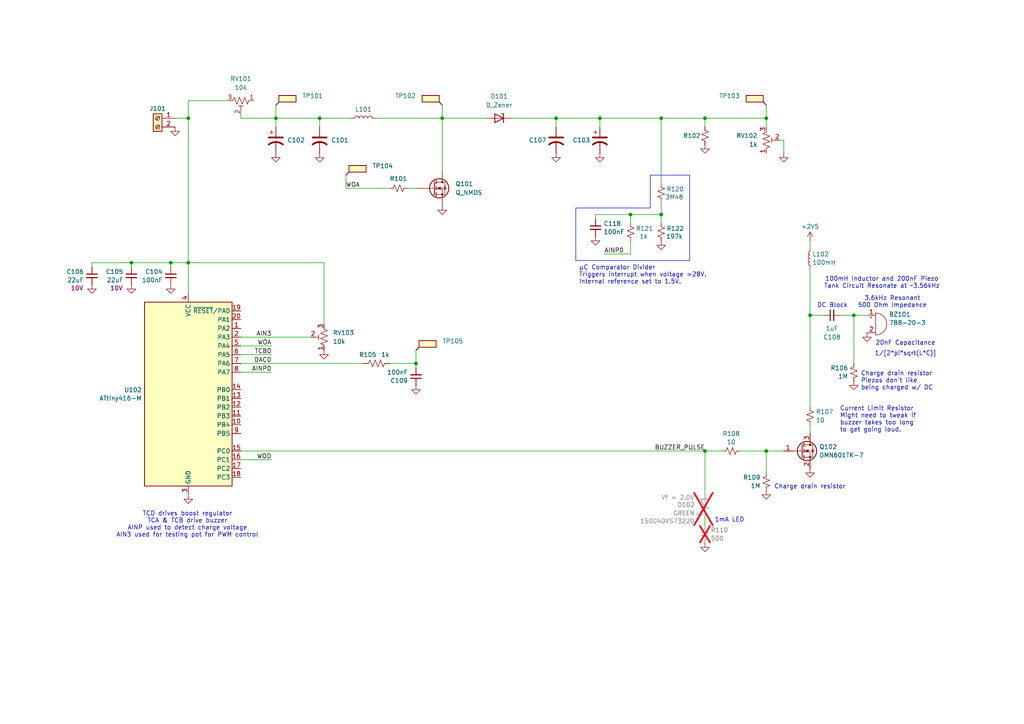
<source format=kicad_sch>
(kicad_sch (version 20250114) (generator "eeschema") (generator_version "9.0")
  (paper "A4")
  (lib_symbols
    (symbol "Connector:Screw_Terminal_01x02" (pin_names (offset 1.016) (hide yes))
      (property "Reference" "J" (at 0 2.54 0))
      (property "Value" "Screw_Terminal_01x02" (at 0 -5.08 0))
      (symbol "Screw_Terminal_01x02_1_1"
        (rectangle (start -1.27 1.27) (end 1.27 -3.81) (stroke (width 0.254)) (fill (type background)))
        (polyline (pts (xy -0.5334 0.3302) (xy 0.3302 -0.508)) (stroke (width 0.1524)))
        (polyline (pts (xy -0.5334 -2.2098) (xy 0.3302 -3.048)) (stroke (width 0.1524)))
        (polyline (pts (xy -0.3556 0.508) (xy 0.508 -0.3302)) (stroke (width 0.1524)))
        (polyline (pts (xy -0.3556 -2.032) (xy 0.508 -2.8702)) (stroke (width 0.1524)))
        (circle (center 0 0) (radius 0.635) (stroke (width 0.1524)))
        (circle (center 0 -2.54) (radius 0.635) (stroke (width 0.1524)))
        (pin passive line (at -5.08 0 0) (length 3.81) (name "Pin_1") (number "1"))
        (pin passive line (at -5.08 -2.54 0) (length 3.81) (name "Pin_2") (number "2"))
      )
    )
    (symbol "Connector:TestPoint_Flag" (pin_numbers (hide yes)) (pin_names (offset 0.762) (hide yes))
      (property "Reference" "TP" (at 3.429 1.778 0))
      (property "Value" "TestPoint_Flag" (at 3.302 4.191 0))
      (symbol "TestPoint_Flag_0_1"
        (polyline (pts (xy 0 0) (xy 0.889 0.889)) (stroke (width 0.254)))
        (rectangle (start 0.889 2.794) (end 5.842 0.889) (stroke (width 0.254)) (fill (type background)))
      )
      (symbol "TestPoint_Flag_1_1"
        (pin passive line (at 0 0 90) (length 0) (name "1") (number "1"))
      )
    )
    (symbol "Device:C_Polarized_US" (pin_numbers (hide yes)) (pin_names (offset 0.254) (hide yes))
      (property "Reference" "C" (at 0.635 2.54 0))
      (property "Value" "C_Polarized_US" (at 0.635 -2.54 0))
      (symbol "C_Polarized_US_0_1"
        (polyline (pts (xy -2.032 0.762) (xy 2.032 0.762)) (stroke (width 0.508)))
        (polyline (pts (xy -1.778 2.286) (xy -0.762 2.286)))
        (polyline (pts (xy -1.27 1.778) (xy -1.27 2.794)))
        (arc (start -2.032 -1.27) (mid 0 -0.5572) (end 2.032 -1.27) (stroke (width 0.508)))
      )
      (symbol "C_Polarized_US_1_1"
        (pin passive line (at 0 3.81 270) (length 2.794) (name "~") (number "1"))
        (pin passive line (at 0 -3.81 90) (length 3.302) (name "~") (number "2"))
      )
    )
    (symbol "Device:C_Small" (pin_numbers (hide yes)) (pin_names (offset 0.254) (hide yes))
      (property "Reference" "C" (at 0.254 1.778 0))
      (property "Value" "C_Small" (at 0.254 -2.032 0))
      (symbol "C_Small_0_1"
        (polyline (pts (xy -1.524 0.508) (xy 1.524 0.508)) (stroke (width 0.3048)))
        (polyline (pts (xy -1.524 -0.508) (xy 1.524 -0.508)) (stroke (width 0.3302)))
      )
      (symbol "C_Small_1_1"
        (pin passive line (at 0 2.54 270) (length 2.032) (name "~") (number "1"))
        (pin passive line (at 0 -2.54 90) (length 2.032) (name "~") (number "2"))
      )
    )
    (symbol "Device:C_US" (pin_numbers (hide yes)) (pin_names (offset 0.254) (hide yes))
      (property "Reference" "C" (at 0.635 2.54 0))
      (property "Value" "C_US" (at 0.635 -2.54 0))
      (symbol "C_US_0_1"
        (polyline (pts (xy -2.032 0.762) (xy 2.032 0.762)) (stroke (width 0.508)))
        (arc (start -2.032 -1.27) (mid 0 -0.5572) (end 2.032 -1.27) (stroke (width 0.508)))
      )
      (symbol "C_US_1_1"
        (pin passive line (at 0 3.81 270) (length 2.794) (name "~") (number "1"))
        (pin passive line (at 0 -3.81 90) (length 3.302) (name "~") (number "2"))
      )
    )
    (symbol "Device:D_Zener" (pin_numbers (hide yes)) (pin_names (offset 1.016) (hide yes))
      (property "Reference" "D" (at 0 2.54 0))
      (property "Value" "D_Zener" (at 0 -2.54 0))
      (symbol "D_Zener_0_1"
        (polyline (pts (xy -1.27 -1.27) (xy -1.27 1.27) (xy -0.762 1.27)) (stroke (width 0.254)))
        (polyline (pts (xy 1.27 0) (xy -1.27 0)))
        (polyline (pts (xy 1.27 -1.27) (xy 1.27 1.27) (xy -1.27 0) (xy 1.27 -1.27)) (stroke (width 0.254)))
      )
      (symbol "D_Zener_1_1"
        (pin passive line (at -3.81 0 0) (length 2.54) (name "K") (number "1"))
        (pin passive line (at 3.81 0 180) (length 2.54) (name "A") (number "2"))
      )
    )
    (symbol "Device:L" (pin_numbers (hide yes)) (pin_names (offset 1.016) (hide yes))
      (property "Reference" "L" (at -1.27 0 90))
      (property "Value" "L" (at 1.905 0 90))
      (symbol "L_0_1"
        (arc (start 0 2.54) (mid 0.6323 1.905) (end 0 1.27))
        (arc (start 0 1.27) (mid 0.6323 0.635) (end 0 0))
        (arc (start 0 0) (mid 0.6323 -0.635) (end 0 -1.27))
        (arc (start 0 -1.27) (mid 0.6323 -1.905) (end 0 -2.54))
      )
      (symbol "L_1_1"
        (pin passive line (at 0 3.81 270) (length 1.27) (name "1") (number "1"))
        (pin passive line (at 0 -3.81 90) (length 1.27) (name "2") (number "2"))
      )
    )
    (symbol "Device:LED" (pin_numbers (hide yes)) (pin_names (offset 1.016) (hide yes))
      (property "Reference" "D" (at 0 2.54 0))
      (property "Value" "LED" (at 0 -2.54 0))
      (symbol "LED_0_1"
        (polyline (pts (xy -3.048 -0.762) (xy -4.572 -2.286) (xy -3.81 -2.286) (xy -4.572 -2.286) (xy -4.572 -1.524)))
        (polyline (pts (xy -1.778 -0.762) (xy -3.302 -2.286) (xy -2.54 -2.286) (xy -3.302 -2.286) (xy -3.302 -1.524)))
        (polyline (pts (xy -1.27 0) (xy 1.27 0)))
        (polyline (pts (xy -1.27 -1.27) (xy -1.27 1.27)) (stroke (width 0.254)))
        (polyline (pts (xy 1.27 -1.27) (xy 1.27 1.27) (xy -1.27 0) (xy 1.27 -1.27)) (stroke (width 0.254)))
      )
      (symbol "LED_1_1"
        (pin passive line (at -3.81 0 0) (length 2.54) (name "K") (number "1"))
        (pin passive line (at 3.81 0 180) (length 2.54) (name "A") (number "2"))
      )
    )
    (symbol "Device:L_Small" (pin_numbers (hide yes)) (pin_names (offset 0.254) (hide yes))
      (property "Reference" "L" (at 0.762 1.016 0))
      (property "Value" "L_Small" (at 0.762 -1.016 0))
      (symbol "L_Small_0_1"
        (arc (start 0 2.032) (mid 0.5058 1.524) (end 0 1.016))
        (arc (start 0 1.016) (mid 0.5058 0.508) (end 0 0))
        (arc (start 0 0) (mid 0.5058 -0.508) (end 0 -1.016))
        (arc (start 0 -1.016) (mid 0.5058 -1.524) (end 0 -2.032))
      )
      (symbol "L_Small_1_1"
        (pin passive line (at 0 2.54 270) (length 0.508) (name "~") (number "1"))
        (pin passive line (at 0 -2.54 90) (length 0.508) (name "~") (number "2"))
      )
    )
    (symbol "Device:Q_NMOS" (pin_numbers (hide yes)) (pin_names (offset 0) (hide yes))
      (property "Reference" "Q" (at 5.08 1.27 0))
      (property "Value" "Q_NMOS" (at 5.08 -1.27 0))
      (symbol "Q_NMOS_0_1"
        (polyline (pts (xy 0.254 1.905) (xy 0.254 -1.905)) (stroke (width 0.254)))
        (polyline (pts (xy 0.254 0) (xy -2.54 0)))
        (polyline (pts (xy 0.762 2.286) (xy 0.762 1.27)) (stroke (width 0.254)))
        (polyline (pts (xy 0.762 0.508) (xy 0.762 -0.508)) (stroke (width 0.254)))
        (polyline (pts (xy 0.762 -1.27) (xy 0.762 -2.286)) (stroke (width 0.254)))
        (polyline (pts (xy 0.762 -1.778) (xy 3.302 -1.778) (xy 3.302 1.778) (xy 0.762 1.778)))
        (polyline (pts (xy 1.016 0) (xy 2.032 0.381) (xy 2.032 -0.381) (xy 1.016 0)) (fill (type outline)))
        (circle (center 1.651 0) (radius 2.794) (stroke (width 0.254)))
        (polyline (pts (xy 2.54 2.54) (xy 2.54 1.778)))
        (circle (center 2.54 1.778) (radius 0.254) (fill (type outline)))
        (circle (center 2.54 -1.778) (radius 0.254) (fill (type outline)))
        (polyline (pts (xy 2.54 -2.54) (xy 2.54 0) (xy 0.762 0)))
        (polyline (pts (xy 2.921 0.381) (xy 3.683 0.381)))
        (polyline (pts (xy 3.302 0.381) (xy 2.921 -0.254) (xy 3.683 -0.254) (xy 3.302 0.381)))
      )
      (symbol "Q_NMOS_1_1"
        (pin input line (at -5.08 0 0) (length 2.54) (name "G") (number "G"))
        (pin passive line (at 2.54 5.08 270) (length 2.54) (name "D") (number "D"))
        (pin passive line (at 2.54 -5.08 90) (length 2.54) (name "S") (number "S"))
      )
    )
    (symbol "Device:R_Potentiometer_Trim_US" (pin_names (offset 1.016) (hide yes))
      (property "Reference" "RV" (at -4.445 0 90))
      (property "Value" "R_Potentiometer_Trim_US" (at -2.54 0 90))
      (symbol "R_Potentiometer_Trim_US_0_1"
        (polyline (pts (xy 0 2.286) (xy 0 2.54)))
        (polyline (pts (xy 0 2.286) (xy 1.016 1.905) (xy 0 1.524) (xy -1.016 1.143) (xy 0 0.762)))
        (polyline (pts (xy 0 0.762) (xy 1.016 0.381) (xy 0 0) (xy -1.016 -0.381) (xy 0 -0.762)))
        (polyline (pts (xy 0 -0.762) (xy 1.016 -1.143) (xy 0 -1.524) (xy -1.016 -1.905) (xy 0 -2.286)))
        (polyline (pts (xy 0 -2.286) (xy 0 -2.54)))
        (polyline (pts (xy 1.524 0.762) (xy 1.524 -0.762)))
        (polyline (pts (xy 2.54 0) (xy 1.524 0)))
      )
      (symbol "R_Potentiometer_Trim_US_1_1"
        (pin passive line (at 0 3.81 270) (length 1.27) (name "1") (number "1"))
        (pin passive line (at 0 -3.81 90) (length 1.27) (name "3") (number "3"))
        (pin passive line (at 3.81 0 180) (length 1.27) (name "2") (number "2"))
      )
    )
    (symbol "Device:R_Small_US" (pin_numbers (hide yes)) (pin_names (offset 0.254) (hide yes))
      (property "Reference" "R" (at 0.762 0.508 0))
      (property "Value" "R_Small_US" (at 0.762 -1.016 0))
      (symbol "R_Small_US_1_1"
        (polyline (pts (xy 0 1.524) (xy 1.016 1.143) (xy 0 0.762) (xy -1.016 0.381) (xy 0 0)))
        (polyline (pts (xy 0 0) (xy 1.016 -0.381) (xy 0 -0.762) (xy -1.016 -1.143) (xy 0 -1.524)))
        (pin passive line (at 0 2.54 270) (length 1.016) (name "~") (number "1"))
        (pin passive line (at 0 -2.54 90) (length 1.016) (name "~") (number "2"))
      )
    )
    (symbol "Device:R_US" (pin_numbers (hide yes)) (pin_names (offset 0))
      (property "Reference" "R" (at 2.54 0 90))
      (property "Value" "R_US" (at -2.54 0 90))
      (symbol "R_US_0_1"
        (polyline (pts (xy 0 2.286) (xy 0 2.54)))
        (polyline (pts (xy 0 2.286) (xy 1.016 1.905) (xy 0 1.524) (xy -1.016 1.143) (xy 0 0.762)))
        (polyline (pts (xy 0 0.762) (xy 1.016 0.381) (xy 0 0) (xy -1.016 -0.381) (xy 0 -0.762)))
        (polyline (pts (xy 0 -0.762) (xy 1.016 -1.143) (xy 0 -1.524) (xy -1.016 -1.905) (xy 0 -2.286)))
        (polyline (pts (xy 0 -2.286) (xy 0 -2.54)))
      )
      (symbol "R_US_1_1"
        (pin passive line (at 0 3.81 270) (length 1.27) (name "~") (number "1"))
        (pin passive line (at 0 -3.81 90) (length 1.27) (name "~") (number "2"))
      )
    )
    (symbol "MCU_Microchip_ATtiny:ATtiny416-M"
      (property "Reference" "U6" (at 2.1941 24.4645 0))
      (property "Value" "ATtiny416-M" (at 2.1941 22.0402 0))
      (symbol "ATtiny416-M_0_1"
        (rectangle (start -12.7 20.32) (end 12.7 -33.02) (stroke (width 0.254)) (fill (type background)))
      )
      (symbol "ATtiny416-M_1_1"
        (pin power_in line (at 0 22.86 270) (length 2.54) (name "VCC") (number "4"))
        (pin passive line (at 0 -35.56 90) (length 2.54) (hide yes) (name "GND") (number "21"))
        (pin power_in line (at 0 -35.56 90) (length 2.54) (name "GND") (number "3"))
        (pin bidirectional line (at 15.24 17.78 180) (length 2.54) (name "~{RESET}/PA0") (number "19"))
        (pin bidirectional line (at 15.24 15.24 180) (length 2.54) (name "PA1") (number "20"))
        (pin bidirectional line (at 15.24 12.7 180) (length 2.54) (name "PA2") (number "1"))
        (pin bidirectional line (at 15.24 10.16 180) (length 2.54) (name "PA3") (number "2"))
        (pin bidirectional line (at 15.24 7.62 180) (length 2.54) (name "PA4") (number "5"))
        (pin bidirectional line (at 15.24 5.08 180) (length 2.54) (name "PA5") (number "6"))
        (pin bidirectional line (at 15.24 2.54 180) (length 2.54) (name "PA6") (number "7"))
        (pin bidirectional line (at 15.24 0 180) (length 2.54) (name "PA7") (number "8"))
        (pin bidirectional line (at 15.24 -5.08 180) (length 2.54) (name "PB0") (number "14"))
        (pin bidirectional line (at 15.24 -7.62 180) (length 2.54) (name "PB1") (number "13"))
        (pin bidirectional line (at 15.24 -10.16 180) (length 2.54) (name "PB2") (number "12"))
        (pin bidirectional line (at 15.24 -12.7 180) (length 2.54) (name "PB3") (number "11"))
        (pin bidirectional line (at 15.24 -15.24 180) (length 2.54) (name "PB4") (number "10"))
        (pin bidirectional line (at 15.24 -17.78 180) (length 2.54) (name "PB5") (number "9"))
        (pin bidirectional line (at 15.24 -22.86 180) (length 2.54) (name "PC0") (number "15"))
        (pin bidirectional line (at 15.24 -25.4 180) (length 2.54) (name "PC1") (number "16"))
        (pin bidirectional line (at 15.24 -27.94 180) (length 2.54) (name "PC2") (number "17"))
        (pin bidirectional line (at 15.24 -30.48 180) (length 2.54) (name "PC3") (number "18"))
      )
    )
    (symbol "Transistor_FET:Q_NMOS_GSD" (pin_names (offset 0) (hide yes))
      (property "Reference" "Q" (at 5.08 1.905 0))
      (property "Value" "Q_NMOS_GSD" (at 5.08 0 0))
      (symbol "Q_NMOS_GSD_0_1"
        (polyline (pts (xy 0.254 1.905) (xy 0.254 -1.905)) (stroke (width 0.254)))
        (polyline (pts (xy 0.254 0) (xy -2.54 0)))
        (polyline (pts (xy 0.762 2.286) (xy 0.762 1.27)) (stroke (width 0.254)))
        (polyline (pts (xy 0.762 0.508) (xy 0.762 -0.508)) (stroke (width 0.254)))
        (polyline (pts (xy 0.762 -1.27) (xy 0.762 -2.286)) (stroke (width 0.254)))
        (polyline (pts (xy 0.762 -1.778) (xy 3.302 -1.778) (xy 3.302 1.778) (xy 0.762 1.778)))
        (polyline (pts (xy 1.016 0) (xy 2.032 0.381) (xy 2.032 -0.381) (xy 1.016 0)) (fill (type outline)))
        (circle (center 1.651 0) (radius 2.794) (stroke (width 0.254)))
        (polyline (pts (xy 2.54 2.54) (xy 2.54 1.778)))
        (circle (center 2.54 1.778) (radius 0.254) (fill (type outline)))
        (circle (center 2.54 -1.778) (radius 0.254) (fill (type outline)))
        (polyline (pts (xy 2.54 -2.54) (xy 2.54 0) (xy 0.762 0)))
        (polyline (pts (xy 2.921 0.381) (xy 3.683 0.381)))
        (polyline (pts (xy 3.302 0.381) (xy 2.921 -0.254) (xy 3.683 -0.254) (xy 3.302 0.381)))
      )
      (symbol "Q_NMOS_GSD_1_1"
        (pin input line (at -5.08 0 0) (length 2.54) (name "G") (number "1"))
        (pin passive line (at 2.54 5.08 270) (length 2.54) (name "D") (number "3"))
        (pin passive line (at 2.54 -5.08 90) (length 2.54) (name "S") (number "2"))
      )
    )
    (symbol "library:Buzzer_Pad_NEG" (pin_names (offset 0.0254) (hide yes))
      (property "Reference" "BZ1" (at 3.7962 1.2122 0))
      (property "Value" "7BB-20-3" (at 3.7962 -1.2121 0))
      (symbol "Buzzer_Pad_NEG_0_1"
        (polyline (pts (xy 0 0) (xy 0 -3.175)))
        (arc (start 3.175 0) (mid 2.2451 -2.2451) (end 0 -3.175))
      )
      (symbol "Buzzer_Pad_NEG_1_1"
        (pin passive line (at -2.54 -2.54 0) (length 2.54) (name "-") (number "2"))
      )
    )
    (symbol "library:Buzzer_Pad_POS" (pin_names (offset 0.0254) (hide yes))
      (property "Reference" "BZ1" (at 3.7962 1.2122 0))
      (property "Value" "7BB-20-3" (at 3.7962 -1.2121 0))
      (symbol "Buzzer_Pad_POS_0_1"
        (polyline (pts (xy -1.651 1.905) (xy -1.143 1.905)))
        (polyline (pts (xy -1.397 2.159) (xy -1.397 1.651)))
        (polyline (pts (xy 0 3.175) (xy 0 0)))
        (arc (start 0 3.175) (mid 2.2451 2.2451) (end 3.175 0))
      )
      (symbol "Buzzer_Pad_POS_1_1"
        (pin passive line (at -2.54 2.54 0) (length 2.54) (name "+") (number "1"))
      )
    )
    (symbol "power:+2V5" (power) (pin_numbers (hide yes)) (pin_names (offset 0) (hide yes))
      (property "Value" "+2V5" (at 0 3.556 0))
      (symbol "+2V5_0_1"
        (polyline (pts (xy -0.762 1.27) (xy 0 2.54)))
        (polyline (pts (xy 0 2.54) (xy 0.762 1.27)))
        (polyline (pts (xy 0 0) (xy 0 2.54)))
      )
      (symbol "+2V5_1_1"
        (pin power_in line (at 0 0 90) (length 0) (name "~") (number "1"))
      )
    )
    (symbol "power:GND" (power) (pin_numbers (hide yes)) (pin_names (offset 0) (hide yes))
      (property "Value" "GND" (at 0 -3.81 0))
      (symbol "GND_0_1"
        (polyline (pts (xy 0 0) (xy 0 -1.27) (xy 1.27 -1.27) (xy 0 -2.54) (xy -1.27 -1.27) (xy 0 -1.27)))
      )
      (symbol "GND_1_1"
        (pin power_in line (at 0 0 270) (length 0) (name "~") (number "1"))
      )
    )
  )
  (text "1/[2*pi*sqrt(L*C)]" (at 262.636 102.616 0) (effects (font (size 1.27 1.27))))
  (text "Charge drain resistor\nPiezos don't like\nbeing charged w/ DC" (at 249.682 110.49 0) (effects (font (size 1.27 1.27)) (justify left)))
  (text "1mA LED" (at 211.582 150.876 0) (effects (font (size 1.27 1.27))))
  (text "TCD drives boost regulator\nTCA & TCB drive buzzer\nAINP used to detect charge voltage\nAIN3 used for testing pot for PWM control" (at 54.356 152.146 0) (effects (font (size 1.27 1.27))))
  (text "Current Limit Resistor\nMight need to tweak if\nbuzzer takes too long\nto get going loud." (at 243.586 121.666 0) (effects (font (size 1.27 1.27)) (justify left)))
  (text "DC Block" (at 236.982 88.646 0) (effects (font (size 1.27 1.27)) (justify left)))
  (text "μC Comparator Divider\nTriggers interrupt when voltage >28V.\nInternal reference set to 1.5V." (at 167.894 79.756 0) (effects (font (size 1.27 1.27)) (justify left)))
  (text "100mH Inductor and 200nF Piezo\nTank Circuit Resonate at ~3.56kHz" (at 255.778 82.042 0) (effects (font (size 1.27 1.27))))
  (text "20nF Capacitance" (at 262.636 99.568 0) (effects (font (size 1.27 1.27))))
  (text "3.6kHz Resonant\n500 Ohm Impedance" (at 258.826 87.63 0) (effects (font (size 1.27 1.27))))
  (text "Charge drain resistor" (at 224.536 141.224 0) (effects (font (size 1.27 1.27)) (justify left)))
  (junction (at 54.61 76.2))
  (junction (at 247.65 91.44))
  (junction (at 161.29 34.29))
  (junction (at 120.65 105.41))
  (junction (at 234.95 91.44))
  (junction (at 128.27 34.29))
  (junction (at 204.47 34.29))
  (junction (at 191.77 34.29))
  (junction (at 92.71 34.29))
  (junction (at 38.1 76.2))
  (junction (at 182.88 62.23))
  (junction (at 191.77 62.23))
  (junction (at 173.99 34.29))
  (junction (at 222.25 130.81))
  (junction (at 204.47 130.81))
  (junction (at 49.53 76.2))
  (junction (at 54.61 34.29))
  (junction (at 222.25 34.29))
  (junction (at 80.01 34.29))
  (wire (pts (xy 128.27 34.29) (xy 140.97 34.29)))
  (wire (pts (xy 92.71 36.83) (xy 92.71 34.29)))
  (wire (pts (xy 69.85 97.79) (xy 90.17 97.79)))
  (wire (pts (xy 113.03 54.61) (xy 100.33 54.61)))
  (wire (pts (xy 214.63 130.81) (xy 222.25 130.81)))
  (wire (pts (xy 54.61 34.29) (xy 54.61 76.2)))
  (wire (pts (xy 172.72 62.23) (xy 182.88 62.23)))
  (wire (pts (xy 38.1 76.2) (xy 26.67 76.2)))
  (wire (pts (xy 173.99 34.29) (xy 173.99 36.83)))
  (wire (pts (xy 234.95 77.47) (xy 234.95 91.44)))
  (wire (pts (xy 69.85 105.41) (xy 105.41 105.41)))
  (wire (pts (xy 191.77 58.42) (xy 191.77 62.23)))
  (wire (pts (xy 80.01 30.48) (xy 80.01 34.29)))
  (polyline (pts (xy 188.595 60.325) (xy 188.595 50.8)))
  (wire (pts (xy 191.77 62.23) (xy 191.77 64.77)))
  (wire (pts (xy 222.25 30.48) (xy 222.25 34.29)))
  (wire (pts (xy 54.61 29.21) (xy 66.04 29.21)))
  (wire (pts (xy 173.99 34.29) (xy 191.77 34.29)))
  (wire (pts (xy 243.84 91.44) (xy 247.65 91.44)))
  (wire (pts (xy 191.77 34.29) (xy 191.77 53.34)))
  (wire (pts (xy 234.95 125.73) (xy 234.95 123.19)))
  (wire (pts (xy 54.61 34.29) (xy 54.61 29.21)))
  (wire (pts (xy 38.1 76.2) (xy 38.1 77.47)))
  (wire (pts (xy 109.22 34.29) (xy 128.27 34.29)))
  (wire (pts (xy 182.88 73.66) (xy 175.26 73.66)))
  (wire (pts (xy 247.65 91.44) (xy 251.46 91.44)))
  (wire (pts (xy 148.59 34.29) (xy 161.29 34.29)))
  (wire (pts (xy 92.71 34.29) (xy 101.6 34.29)))
  (wire (pts (xy 161.29 34.29) (xy 173.99 34.29)))
  (wire (pts (xy 128.27 30.48) (xy 128.27 34.29)))
  (wire (pts (xy 204.47 130.81) (xy 209.55 130.81)))
  (wire (pts (xy 234.95 69.85) (xy 234.95 72.39)))
  (wire (pts (xy 182.88 69.85) (xy 182.88 73.66)))
  (wire (pts (xy 69.85 102.87) (xy 78.74 102.87)))
  (polyline (pts (xy 188.595 50.8) (xy 200.025 50.8)))
  (wire (pts (xy 118.11 54.61) (xy 120.65 54.61)))
  (wire (pts (xy 161.29 36.83) (xy 161.29 34.29)))
  (wire (pts (xy 50.8 34.29) (xy 54.61 34.29)))
  (polyline (pts (xy 167.005 60.325) (xy 188.595 60.325)))
  (wire (pts (xy 172.72 63.5) (xy 172.72 62.23)))
  (wire (pts (xy 227.33 40.64) (xy 226.06 40.64)))
  (wire (pts (xy 93.98 76.2) (xy 54.61 76.2)))
  (wire (pts (xy 128.27 34.29) (xy 128.27 49.53)))
  (wire (pts (xy 80.01 34.29) (xy 80.01 36.83)))
  (polyline (pts (xy 167.005 75.565) (xy 167.005 60.325)))
  (wire (pts (xy 222.25 34.29) (xy 222.25 36.83)))
  (wire (pts (xy 120.65 105.41) (xy 113.03 105.41)))
  (wire (pts (xy 100.33 50.8) (xy 100.33 54.61)))
  (polyline (pts (xy 167.005 75.565) (xy 200.025 75.565)))
  (wire (pts (xy 222.25 130.81) (xy 227.33 130.81)))
  (wire (pts (xy 234.95 91.44) (xy 234.95 118.11)))
  (wire (pts (xy 92.71 34.29) (xy 80.01 34.29)))
  (wire (pts (xy 182.88 62.23) (xy 191.77 62.23)))
  (wire (pts (xy 204.47 34.29) (xy 204.47 36.83)))
  (wire (pts (xy 204.47 142.24) (xy 204.47 130.81)))
  (wire (pts (xy 54.61 76.2) (xy 54.61 85.09)))
  (wire (pts (xy 227.33 44.45) (xy 227.33 40.64)))
  (wire (pts (xy 204.47 152.4) (xy 204.47 149.86)))
  (polyline (pts (xy 200.025 50.8) (xy 200.025 75.565)))
  (wire (pts (xy 69.85 130.81) (xy 204.47 130.81)))
  (wire (pts (xy 204.47 34.29) (xy 191.77 34.29)))
  (wire (pts (xy 93.98 93.98) (xy 93.98 76.2)))
  (wire (pts (xy 222.25 34.29) (xy 204.47 34.29)))
  (wire (pts (xy 49.53 77.47) (xy 49.53 76.2)))
  (wire (pts (xy 49.53 76.2) (xy 38.1 76.2)))
  (wire (pts (xy 222.25 130.81) (xy 222.25 137.16)))
  (wire (pts (xy 120.65 105.41) (xy 120.65 106.68)))
  (wire (pts (xy 69.85 100.33) (xy 78.74 100.33)))
  (wire (pts (xy 120.65 101.6) (xy 120.65 105.41)))
  (wire (pts (xy 247.65 105.41) (xy 247.65 91.44)))
  (wire (pts (xy 69.85 34.29) (xy 80.01 34.29)))
  (wire (pts (xy 54.61 76.2) (xy 49.53 76.2)))
  (wire (pts (xy 69.85 33.02) (xy 69.85 34.29)))
  (wire (pts (xy 182.88 62.23) (xy 182.88 64.77)))
  (wire (pts (xy 69.85 107.95) (xy 78.74 107.95)))
  (wire (pts (xy 26.67 77.47) (xy 26.67 76.2)))
  (wire (pts (xy 234.95 91.44) (xy 238.76 91.44)))
  (wire (pts (xy 69.85 133.35) (xy 78.74 133.35)))
  (label "AINP0" (at 175.26 73.66 0))
  (label "TCB0" (at 78.74 102.87 180))
  (label "DAC0" (at 78.74 105.41 180))
  (label "AINP0" (at 78.74 107.95 180))
  (label "WOA" (at 100.33 54.61 0))
  (label "AIN3" (at 78.74 97.79 180))
  (label "WOD" (at 78.74 133.35 180))
  (label "WOA" (at 78.74 100.33 180))
  (label "BUZZER_PULSE" (at 204.47 130.81 180))
  (symbol (lib_id "power:GND") (at 247.65 110.49 0) (mirror y) (unit 1)
    (property "Reference" "#PWR0116" (effects (hide yes)))
    (property "Value" "GND" (effects (hide yes)))
  )
  (symbol (lib_id "Device:R_Small_US") (at 234.95 120.65 180) (unit 1)
    (property "Reference" "R107" (at 236.601 119.4379 0) (effects (justify right)))
    (property "Value" "10" (at 236.601 121.8621 0) (effects (justify right)))
    (property "Footprint" "Library:Worthington_R_0402" (effects (hide yes)))
  )
  (symbol (lib_id "Device:C_Small") (at 172.72 66.04 0) (unit 1)
    (property "Reference" "C118" (at 175.0441 64.8342 0) (effects (justify left)))
    (property "Value" "100nF" (at 175.0441 67.2584 0) (effects (justify left)))
    (property "Footprint" "Library:Worthington_C_0402" (effects (hide yes)))
    (property "Voltage" "50V" (effects (hide yes)))
  )
  (symbol (lib_id "Device:LED") (at 204.47 146.05 270) (mirror x) (unit 1) (dnp yes)
    (property "Reference" "D102" (at 201.549 146.4253 90) (effects (justify right)))
    (property "Value" "GREEN" (at 201.549 148.8496 90) (effects (justify right)))
    (property "Footprint" "Library:Worthington_LED_0402_1005Metric" (effects (hide yes)))
    (property "Datasheet" "https://www.digikey.com/en/products/detail/w%C3%BCrth-elektronik/150040VS73220/9857948?_gl=1*a9mwlp*_up*MQ..*_gs*MQ..&gclid=Cj0KCQjw3OjGBhDYARIsADd-uX6JYO7RJVK8hrp_vwVx_M7wDV-1_q4tY_BkWeefrhVxCeeI09FA2UkaAsGJEALw_wcB&gclsrc=aw.ds&gbraid=0AAAAADrbLliRCqmMdTR7-0740VW0jBL5q" (effects (hide yes)))
    (property "Description" "Vf = 2.0V" (at 196.596 144.272 90))
    (property "DigiKey Part" "150040VS73220" (at 193.548 151.13 90))
    (property "DigiKey" "https://www.digikey.com/en/products/detail/broadcom-limited/HSMC-C280/1235142?_gl=1*h1tgvz*_up*MQ..*_gs*MQ..&gclid=Cj0KCQjw3OjGBhDYARIsADd-uX6JYO7RJVK8hrp_vwVx_M7wDV-1_q4tY_BkWeefrhVxCeeI09FA2UkaAsGJEALw_wcB&gclsrc=aw.ds&gbraid=0AAAAADrbLliRCqmMdTR7-0740VW0jBL5q" (effects (hide yes)))
  )
  (symbol (lib_id "Device:C_Polarized_US") (at 173.99 40.64 0) (unit 1)
    (property "Reference" "C103" (at 171.196 40.64 0) (effects (justify right)))
    (property "Value" "C_Polarized_US" (effects (hide yes)))
    (property "Description" "Polarized capacitor, US symbol" (effects (hide yes)))
  )
  (symbol (lib_id "Device:R_Small_US") (at 247.65 107.95 0) (mirror y) (unit 1)
    (property "Reference" "R106" (at 245.999 106.7379 0) (effects (justify left)))
    (property "Value" "1M" (at 245.999 109.1621 0) (effects (justify left)))
    (property "Footprint" "Library:Worthington_R_0402" (effects (hide yes)))
  )
  (symbol (lib_id "power:GND") (at 54.61 143.51 0) (mirror y) (unit 1)
    (property "Reference" "#PWR0122" (effects (hide yes)))
    (property "Value" "GND" (effects (hide yes)))
  )
  (symbol (lib_id "Device:R_Small_US") (at 182.88 67.31 180) (unit 1)
    (property "Reference" "R121" (at 186.944 66.294 0))
    (property "Value" "1k" (at 186.69 68.58 0))
    (property "Footprint" "Library:Worthington_R_0402" (effects (hide yes)))
  )
  (symbol (lib_id "power:GND") (at 234.95 135.89 0) (mirror y) (unit 1)
    (property "Reference" "#PWR0120" (effects (hide yes)))
    (property "Value" "GND" (effects (hide yes)))
  )
  (symbol (lib_id "Connector:Screw_Terminal_01x02") (at 45.72 34.29 0) (mirror y) (unit 1)
    (property "Reference" "J101" (at 45.72 31.496 0))
    (property "Value" "Screw_Terminal_01x02" (effects (hide yes)))
    (property "Description" "Generic screw terminal, single row, 01x02, script generated (kicad-library-utils/schlib/autogen/connector/)" (effects (hide yes)))
  )
  (symbol (lib_id "Device:D_Zener") (at 144.78 34.29 0) (mirror y) (unit 1)
    (property "Reference" "D101" (at 144.78 27.94 0))
    (property "Value" "D_Zener" (at 144.78 30.48 0))
    (property "Description" "Zener diode" (effects (hide yes)))
  )
  (symbol (lib_id "Device:C_US") (at 161.29 40.64 0) (unit 1)
    (property "Reference" "C107" (at 158.496 40.64 0) (effects (justify right)))
    (property "Value" "C_US" (effects (hide yes)))
    (property "Description" "capacitor, US symbol" (effects (hide yes)))
  )
  (symbol (lib_id "power:GND") (at 128.27 59.69 0) (unit 1)
    (property "Reference" "#PWR0107" (effects (hide yes)))
    (property "Value" "GND" (effects (hide yes)))
    (property "Description" "Power symbol creates a global label with name \"GND\" , ground" (effects (hide yes)))
  )
  (symbol (lib_id "Device:C_US") (at 92.71 40.64 0) (unit 1)
    (property "Reference" "C101" (at 96.012 40.64 0) (effects (justify left)))
    (property "Value" "C_US" (effects (hide yes)))
    (property "Description" "capacitor, US symbol" (effects (hide yes)))
  )
  (symbol (lib_id "Connector:TestPoint_Flag") (at 100.33 50.8 0) (unit 1)
    (property "Reference" "TP104" (at 107.95 48.1329 0) (effects (justify left)))
    (property "Value" "TestPoint_Flag" (effects (hide yes)))
    (property "Description" "test point (alternative flag-style design)" (effects (hide yes)))
  )
  (symbol (lib_id "power:GND") (at 204.47 41.91 0) (mirror y) (unit 1)
    (property "Reference" "#PWR0109" (effects (hide yes)))
    (property "Value" "GND" (effects (hide yes)))
  )
  (symbol (lib_id "Device:C_Small") (at 26.67 80.01 0) (mirror y) (unit 1)
    (property "Reference" "C106" (at 24.3459 78.8041 0) (effects (justify left)))
    (property "Value" "22uF" (at 24.3459 81.2284 0) (effects (justify left)))
    (property "Footprint" "Library:Worthington_C_0603" (effects (hide yes)))
    (property "Voltage" "10V" (at 22.352 83.566 0))
  )
  (symbol (lib_id "Device:R_Potentiometer_Trim_US") (at 93.98 97.79 180) (unit 1)
    (property "Reference" "RV103" (at 96.52 96.5199 0) (effects (justify right)))
    (property "Value" "10k" (at 96.52 99.0599 0) (effects (justify right)))
    (property "Description" "Trim-potentiometer, US symbol" (effects (hide yes)))
  )
  (symbol (lib_id "Device:C_Small") (at 49.53 80.01 0) (mirror y) (unit 1)
    (property "Reference" "C104" (at 47.2059 78.8042 0) (effects (justify left)))
    (property "Value" "100nF" (at 47.2059 81.2284 0) (effects (justify left)))
    (property "Footprint" "Library:Worthington_C_0402" (effects (hide yes)))
  )
  (symbol (lib_id "Device:L_Small") (at 234.95 74.93 180) (unit 1)
    (property "Reference" "L102" (at 235.585 73.7179 0) (effects (justify right)))
    (property "Value" "100mH" (at 235.585 76.1421 0) (effects (justify right)))
    (property "Footprint" "Inductor_THT:L_Axial_L12.0mm_D5.0mm_P15.24mm_Horizontal_Fastron_MISC" (effects (hide yes)))
    (property "Field5" "B82144A2107J000" (effects (hide yes)))
  )
  (symbol (lib_id "power:GND") (at 120.65 111.76 0) (unit 1)
    (property "Reference" "#PWR0115" (effects (hide yes)))
    (property "Value" "GND" (effects (hide yes)))
  )
  (symbol (lib_id "power:GND") (at 38.1 82.55 0) (unit 1)
    (property "Reference" "#PWR0112" (effects (hide yes)))
    (property "Value" "GND" (effects (hide yes)))
  )
  (symbol (lib_id "power:GND") (at 50.8 36.83 0) (unit 1)
    (property "Reference" "#PWR0101" (effects (hide yes)))
    (property "Value" "GND" (effects (hide yes)))
    (property "Description" "Power symbol creates a global label with name \"GND\" , ground" (effects (hide yes)))
  )
  (symbol (lib_id "Device:R_Small_US") (at 204.47 39.37 0) (unit 1)
    (property "Reference" "R102" (at 200.66 39.37 0))
    (property "Value" "1k" (effects (hide yes)))
    (property "Footprint" "Library:Worthington_R_0402" (effects (hide yes)))
  )
  (symbol (lib_id "power:GND") (at 227.33 44.45 0) (mirror y) (unit 1)
    (property "Reference" "#PWR0108" (effects (hide yes)))
    (property "Value" "GND" (effects (hide yes)))
  )
  (symbol (lib_id "power:+2V5") (at 234.95 69.85 0) (unit 1)
    (property "Reference" "#PWR0110" (effects (hide yes)))
    (property "Value" "+2V5" (at 234.95 65.7169 0))
    (property "Description" "Power symbol creates a global label with name \"+2V5\"" (effects (hide yes)))
  )
  (symbol (lib_id "Device:L") (at 105.41 34.29 90) (unit 1)
    (property "Reference" "L101" (at 105.41 31.75 90))
    (property "Value" "L" (effects (hide yes)))
    (property "Description" "Inductor" (effects (hide yes)))
  )
  (symbol (lib_id "library:Buzzer_Pad_NEG") (at 254 93.98 0) (unit 1)
    (property "Reference" "BZ102" (effects (hide yes)))
    (property "Value" "7BB-20-3" (effects (hide yes)))
    (property "Footprint" "Library:Buzzer_Pad_NEG" (effects (hide yes)))
  )
  (symbol (lib_id "Device:R_Potentiometer_Trim_US") (at 69.85 29.21 270) (unit 1)
    (property "Reference" "RV101" (at 69.85 22.86 90))
    (property "Value" "10k" (at 69.85 25.4 90))
    (property "Description" "Trim-potentiometer, US symbol" (effects (hide yes)))
  )
  (symbol (lib_id "power:GND") (at 26.67 82.55 0) (unit 1)
    (property "Reference" "#PWR0113" (effects (hide yes)))
    (property "Value" "GND" (effects (hide yes)))
  )
  (symbol (lib_id "power:GND") (at 49.53 82.55 0) (mirror y) (unit 1)
    (property "Reference" "#PWR0111" (effects (hide yes)))
    (property "Value" "GND" (effects (hide yes)))
  )
  (symbol (lib_id "Device:R_Potentiometer_Trim_US") (at 222.25 40.64 0) (mirror x) (unit 1)
    (property "Reference" "RV102" (at 219.71 39.3699 0) (effects (justify right)))
    (property "Value" "1k" (at 219.71 41.9099 0) (effects (justify right)))
    (property "Description" "Trim-potentiometer, US symbol" (effects (hide yes)))
  )
  (symbol (lib_id "Device:R_Small_US") (at 222.25 139.7 0) (mirror y) (unit 1)
    (property "Reference" "R109" (at 220.599 138.4879 0) (effects (justify left)))
    (property "Value" "1M" (at 220.599 140.9121 0) (effects (justify left)))
    (property "Footprint" "Library:Worthington_R_0402" (effects (hide yes)))
  )
  (symbol (lib_id "Device:R_Small_US") (at 191.77 67.31 180) (unit 1)
    (property "Reference" "R122" (at 195.834 66.294 0))
    (property "Value" "197k" (at 195.58 68.58 0))
    (property "Footprint" "Library:Worthington_R_0402" (effects (hide yes)))
  )
  (symbol (lib_id "Device:R_Small_US") (at 191.77 55.88 180) (unit 1)
    (property "Reference" "R120" (at 195.834 54.864 0))
    (property "Value" "3M48" (at 195.58 57.15 0))
    (property "Footprint" "Library:Worthington_R_0402" (effects (hide yes)))
  )
  (symbol (lib_id "Device:C_Small") (at 38.1 80.01 0) (mirror y) (unit 1)
    (property "Reference" "C105" (at 35.7759 78.8041 0) (effects (justify left)))
    (property "Value" "22uF" (at 35.7759 81.2284 0) (effects (justify left)))
    (property "Footprint" "Library:Worthington_C_0603" (effects (hide yes)))
    (property "Voltage" "10V" (at 33.782 83.566 0))
  )
  (symbol (lib_id "MCU_Microchip_ATtiny:ATtiny416-M") (at 54.61 107.95 0) (unit 1)
    (property "Reference" "U102" (at 41.148 113.0878 0) (effects (justify right)))
    (property "Value" "ATtiny416-M" (at 41.148 115.5121 0) (effects (justify right)))
    (property "Footprint" "Package_DFN_QFN:VQFN-20-1EP_3x3mm_P0.4mm_EP1.7x1.7mm" (effects (hide yes)))
    (property "Datasheet" "http://ww1.microchip.com/downloads/en/DeviceDoc/40001913A.pdf" (effects (hide yes)))
    (property "Description" "20MHz, 4kB Flash, 256B SRAM, 128B EEPROM, VQFN-20" (effects (hide yes)))
  )
  (symbol (lib_id "Device:Q_NMOS") (at 125.73 54.61 0) (unit 1)
    (property "Reference" "Q101" (at 132.08 53.3399 0) (effects (justify left)))
    (property "Value" "Q_NMOS" (at 132.08 55.8799 0) (effects (justify left)))
    (property "Description" "N-MOSFET transistor" (effects (hide yes)))
  )
  (symbol (lib_id "power:GND") (at 222.25 142.24 0) (mirror y) (unit 1)
    (property "Reference" "#PWR0121" (effects (hide yes)))
    (property "Value" "GND" (effects (hide yes)))
  )
  (symbol (lib_id "power:GND") (at 204.47 157.48 0) (unit 1)
    (property "Reference" "#PWR0123" (effects (hide yes)))
    (property "Value" "GND" (effects (hide yes)))
  )
  (symbol (lib_id "power:GND") (at 191.77 69.85 0) (mirror y) (unit 1)
    (property "Reference" "#PWR0140" (effects (hide yes)))
    (property "Value" "GND" (effects (hide yes)))
  )
  (symbol (lib_id "library:Buzzer_Pad_POS") (at 254 93.98 0) (unit 1)
    (property "Reference" "BZ101" (at 257.81 91.1803 0) (effects (justify left)))
    (property "Value" "7BB-20-3" (at 257.81 93.6046 0) (effects (justify left)))
    (property "Footprint" "Library:Buzzer_Pad_POS" (effects (hide yes)))
  )
  (symbol (lib_id "power:GND") (at 92.71 44.45 0) (unit 1)
    (property "Reference" "#PWR0103" (effects (hide yes)))
    (property "Value" "GND" (effects (hide yes)))
    (property "Description" "Power symbol creates a global label with name \"GND\" , ground" (effects (hide yes)))
  )
  (symbol (lib_id "Device:R_Small_US") (at 204.47 154.94 0) (mirror y) (unit 1) (dnp yes)
    (property "Reference" "R110" (at 206.121 153.7278 0) (effects (justify right)))
    (property "Value" "500" (at 206.121 156.1521 0) (effects (justify right)))
    (property "Footprint" "Library:Worthington_R_0402" (effects (hide yes)))
  )
  (symbol (lib_id "Device:R_Small_US") (at 115.57 54.61 270) (unit 1)
    (property "Reference" "R101" (at 115.57 51.816 90))
    (property "Value" "1k" (effects (hide yes)))
    (property "Footprint" "Library:Worthington_R_0402" (effects (hide yes)))
  )
  (symbol (lib_id "power:GND") (at 161.29 44.45 0) (mirror y) (unit 1)
    (property "Reference" "#PWR0105" (effects (hide yes)))
    (property "Value" "GND" (effects (hide yes)))
    (property "Description" "Power symbol creates a global label with name \"GND\" , ground" (effects (hide yes)))
  )
  (symbol (lib_id "power:GND") (at 172.72 68.58 0) (mirror y) (unit 1)
    (property "Reference" "#PWR0139" (effects (hide yes)))
    (property "Value" "GND" (effects (hide yes)))
  )
  (symbol (lib_id "power:GND") (at 251.46 96.52 0) (mirror y) (unit 1)
    (property "Reference" "#PWR0114" (effects (hide yes)))
    (property "Value" "GND" (effects (hide yes)))
  )
  (symbol (lib_id "Transistor_FET:Q_NMOS_GSD") (at 232.41 130.81 0) (unit 1)
    (property "Reference" "Q102" (at 237.617 129.5979 0) (effects (justify left)))
    (property "Value" "DMN601TK-7" (at 237.617 132.0221 0) (effects (justify left)))
    (property "Footprint" "Package_TO_SOT_SMD:SOT-523" (effects (hide yes)))
    (property "Datasheet" "https://www.diodes.com/assets/Datasheets/DMN601TK.pdf" (effects (hide yes)))
    (property "Description" "N-MOSFET transistor, gate/source/drain" (effects (hide yes)))
  )
  (symbol (lib_id "Device:R_Small_US") (at 212.09 130.81 90) (unit 1)
    (property "Reference" "R108" (at 212.09 125.7767 90))
    (property "Value" "10" (at 212.09 128.2009 90))
    (property "Footprint" "Library:Worthington_R_0402" (effects (hide yes)))
  )
  (symbol (lib_id "Device:C_Small") (at 241.3 91.44 90) (mirror x) (unit 1)
    (property "Reference" "C108" (at 241.3063 97.79 90))
    (property "Value" "1uF" (at 241.3063 95.25 90))
    (property "Footprint" "Library:Worthington_C_0402" (effects (hide yes)))
  )
  (symbol (lib_id "Connector:TestPoint_Flag") (at 80.01 30.48 0) (unit 1)
    (property "Reference" "TP101" (at 87.63 27.8129 0) (effects (justify left)))
    (property "Value" "TestPoint_Flag" (effects (hide yes)))
    (property "Description" "test point (alternative flag-style design)" (effects (hide yes)))
  )
  (symbol (lib_id "power:GND") (at 93.98 101.6 0) (mirror y) (unit 1)
    (property "Reference" "#PWR0106" (effects (hide yes)))
    (property "Value" "GND" (effects (hide yes)))
  )
  (symbol (lib_id "Device:R_US") (at 109.22 105.41 90) (unit 1)
    (property "Reference" "R105" (at 106.68 102.87 90))
    (property "Value" "1k" (at 111.76 102.87 90))
    (property "Footprint" "Library:Worthington_R_0402" (effects (hide yes)))
  )
  (symbol (lib_id "power:GND") (at 80.01 44.45 0) (unit 1)
    (property "Reference" "#PWR0102" (effects (hide yes)))
    (property "Value" "GND" (effects (hide yes)))
    (property "Description" "Power symbol creates a global label with name \"GND\" , ground" (effects (hide yes)))
  )
  (symbol (lib_id "power:GND") (at 173.99 44.45 0) (mirror y) (unit 1)
    (property "Reference" "#PWR0104" (effects (hide yes)))
    (property "Value" "GND" (effects (hide yes)))
    (property "Description" "Power symbol creates a global label with name \"GND\" , ground" (effects (hide yes)))
  )
  (symbol (lib_id "Connector:TestPoint_Flag") (at 222.25 30.48 0) (mirror y) (unit 1)
    (property "Reference" "TP103" (at 214.63 27.8129 0) (effects (justify left)))
    (property "Value" "TestPoint_Flag" (effects (hide yes)))
    (property "Description" "test point (alternative flag-style design)" (effects (hide yes)))
  )
  (symbol (lib_id "Connector:TestPoint_Flag") (at 120.65 101.6 0) (unit 1)
    (property "Reference" "TP105" (at 128.27 98.9329 0) (effects (justify left)))
    (property "Value" "TestPoint_Flag" (effects (hide yes)))
    (property "Description" "test point (alternative flag-style design)" (effects (hide yes)))
  )
  (symbol (lib_id "Device:C_Polarized_US") (at 80.01 40.64 0) (unit 1)
    (property "Reference" "C102" (at 83.312 40.64 0) (effects (justify left)))
    (property "Value" "C_Polarized_US" (effects (hide yes)))
    (property "Description" "Polarized capacitor, US symbol" (effects (hide yes)))
  )
  (symbol (lib_id "Connector:TestPoint_Flag") (at 128.27 30.48 0) (mirror y) (unit 1)
    (property "Reference" "TP102" (at 120.65 27.8129 0) (effects (justify left)))
    (property "Value" "TestPoint_Flag" (effects (hide yes)))
    (property "Description" "test point (alternative flag-style design)" (effects (hide yes)))
  )
  (symbol (lib_id "Device:C_Small") (at 120.65 109.22 180) (unit 1)
    (property "Reference" "C109" (at 118.3259 110.4258 0) (effects (justify left)))
    (property "Value" "100nF" (at 118.3259 108.0016 0) (effects (justify left)))
    (property "Footprint" "Library:Worthington_C_0402" (effects (hide yes)))
  )
)
</source>
